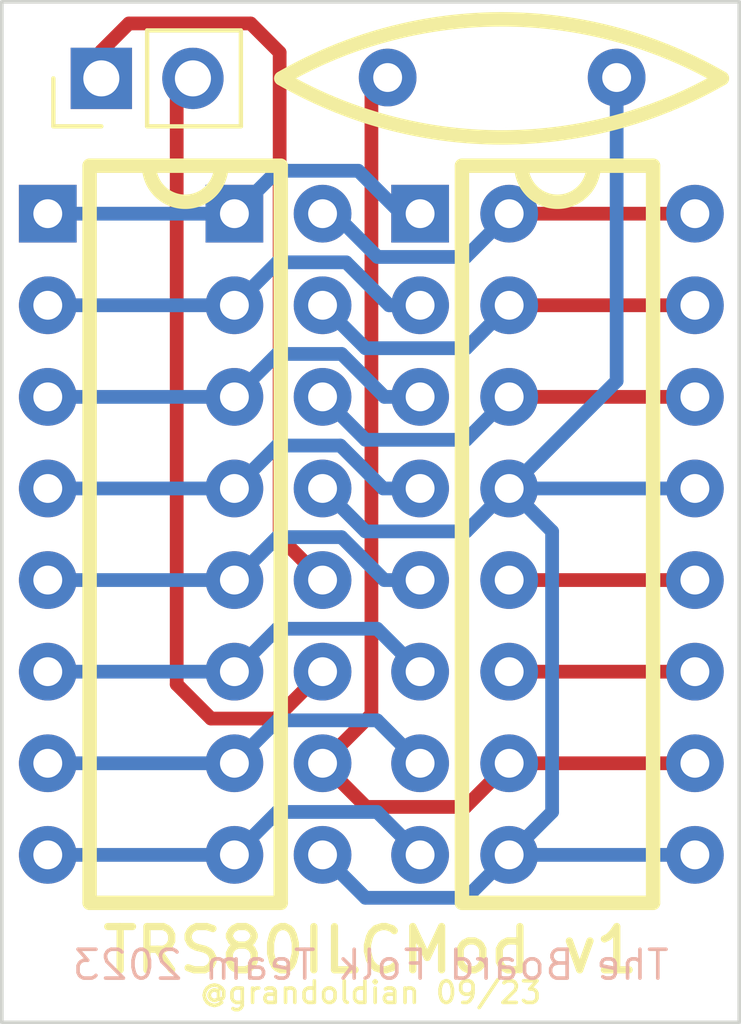
<source format=kicad_pcb>
(kicad_pcb (version 20221018) (generator pcbnew)
  (layers (0 "F.Cu" signal) (31 "B.Cu" signal) (34 "B.Paste" user) (35 "F.Paste" user) (36 "B.SilkS" user "B.Silkscreen") (37 "F.SilkS" user "F.Silkscreen") (38 "B.Mask" user) (39 "F.Mask" user) (44 "Edge.Cuts" user))
  (net 0 "")
  (net 1 "GND")
  (net 2 "+5V")
  (net 3 "/V6")
  (net 4 "/V5")
  (net 5 "VWR")
  (net 6 "/V1")
  (net 7 "/V2")
  (net 8 "/V3")
  (net 9 "/V4")
  (net 10 "/D0")
  (net 11 "/BIT0")
  (net 12 "/V9")
  (net 13 "/BIT6")
  (net 14 "/D6")
  (net 15 "/V0")
  (net 16 "/V8")
  (net 17 "/V7")
  (footprint "TRS80ILCMod:VRAMPLUG" (layer "F.Cu") (at 111.8 58.475)
    (fp_text reference "J1" hide)
    (fp_text value "PLUG" hide)
    (pad "1" thru_hole rect (at 0 0) (size 1.6 1.6) (drill 0.8) (layers "*.Cu" "*.Mask") (net 3 "/V6"))
    (pad "2" thru_hole oval (at 0 2.54) (size 1.6 1.6) (drill 0.8) (layers "*.Cu" "*.Mask") (net 4 "/V5"))
    (pad "3" thru_hole oval (at 0 5.08) (size 1.6 1.6) (drill 0.8) (layers "*.Cu" "*.Mask") (net 5 "VWR"))
    (pad "4" thru_hole oval (at 0 7.62) (size 1.6 1.6) (drill 0.8) (layers "*.Cu" "*.Mask") (net 6 "/V1"))
    (pad "5" thru_hole oval (at 0 10.16) (size 1.6 1.6) (drill 0.8) (layers "*.Cu" "*.Mask") (net 7 "/V2"))
    (pad "6" thru_hole oval (at 0 12.7) (size 1.6 1.6) (drill 0.8) (layers "*.Cu" "*.Mask") (net 8 "/V3"))
    (pad "7" thru_hole oval (at 0 15.24) (size 1.6 1.6) (drill 0.8) (layers "*.Cu" "*.Mask") (net 9 "/V4"))
    (pad "8" thru_hole oval (at 0 17.78) (size 1.6 1.6) (drill 0.8) (layers "*.Cu" "*.Mask") (net 15 "/V0"))
    (pad "9" thru_hole oval (at 7.62 17.78) (size 1.6 1.6) (drill 0.8) (layers "*.Cu" "*.Mask") (net 1 "GND"))
    (pad "10" thru_hole oval (at 7.62 15.24) (size 1.6 1.6) (drill 0.8) (layers "*.Cu" "*.Mask") (net 2 "+5V"))
    (pad "11" thru_hole oval (at 7.62 12.7) (size 1.6 1.6) (drill 0.8) (layers "*.Cu" "*.Mask") (net 10 "/D0"))
    (pad "12" thru_hole oval (at 7.62 10.16) (size 1.6 1.6) (drill 0.8) (layers "*.Cu" "*.Mask") (net 11 "/BIT0"))
    (pad "13" thru_hole oval (at 7.62 7.62) (size 1.6 1.6) (drill 0.8) (layers "*.Cu" "*.Mask") (net 1 "GND"))
    (pad "14" thru_hole oval (at 7.62 5.08) (size 1.6 1.6) (drill 0.8) (layers "*.Cu" "*.Mask") (net 12 "/V9"))
    (pad "15" thru_hole oval (at 7.62 2.54) (size 1.6 1.6) (drill 0.8) (layers "*.Cu" "*.Mask") (net 16 "/V8"))
    (pad "16" thru_hole oval (at 7.62 0) (size 1.6 1.6) (drill 0.8) (layers "*.Cu" "*.Mask") (net 17 "/V7"))
  )
  (footprint "TRS80ILCMod:DIP-16_W7.62mm" (layer "F.Cu") (at 106.625 58.475)
    (fp_text reference "Z1" hide)
    (fp_text value "2102 RAM" hide)
    (fp_line (start 1.16 -1.33) (end 1.16 19.11) (stroke (width 0.4)) (layer "F.SilkS"))
    (fp_line (start 1.16 19.11) (end 6.46 19.11) (stroke (width 0.4)) (layer "F.SilkS"))
    (fp_line (start 2.81 -1.33) (end 1.16 -1.33) (stroke (width 0.4)) (layer "F.SilkS"))
    (fp_line (start 2.81 -1.33) (end 4.81 -1.33) (stroke (width 0.4)) (layer "F.SilkS"))
    (fp_line (start 6.46 -1.33) (end 4.81 -1.33) (stroke (width 0.4)) (layer "F.SilkS"))
    (fp_line (start 6.46 19.11) (end 6.46 -1.33) (stroke (width 0.4)) (layer "F.SilkS"))
    (fp_arc (start 4.81 -1.33) (mid 3.81 -0.33) (end 2.81 -1.33) (stroke (width 0.4)) (layer "F.SilkS"))
    (pad "1" thru_hole rect (at 0 0) (size 1.6 1.6) (drill 0.8) (layers "*.Cu" "*.Mask") (net 3 "/V6"))
    (pad "2" thru_hole oval (at 0 2.54) (size 1.6 1.6) (drill 0.8) (layers "*.Cu" "*.Mask") (net 4 "/V5"))
    (pad "3" thru_hole oval (at 0 5.08) (size 1.6 1.6) (drill 0.8) (layers "*.Cu" "*.Mask") (net 5 "VWR"))
    (pad "4" thru_hole oval (at 0 7.62) (size 1.6 1.6) (drill 0.8) (layers "*.Cu" "*.Mask") (net 6 "/V1"))
    (pad "5" thru_hole oval (at 0 10.16) (size 1.6 1.6) (drill 0.8) (layers "*.Cu" "*.Mask") (net 7 "/V2"))
    (pad "6" thru_hole oval (at 0 12.7) (size 1.6 1.6) (drill 0.8) (layers "*.Cu" "*.Mask") (net 8 "/V3"))
    (pad "7" thru_hole oval (at 0 15.24) (size 1.6 1.6) (drill 0.8) (layers "*.Cu" "*.Mask") (net 9 "/V4"))
    (pad "8" thru_hole oval (at 0 17.78) (size 1.6 1.6) (drill 0.8) (layers "*.Cu" "*.Mask") (net 15 "/V0"))
    (pad "9" thru_hole oval (at 7.62 17.78) (size 1.6 1.6) (drill 0.8) (layers "*.Cu" "*.Mask") (net 1 "GND"))
    (pad "10" thru_hole oval (at 7.62 15.24) (size 1.6 1.6) (drill 0.8) (layers "*.Cu" "*.Mask") (net 2 "+5V"))
    (pad "11" thru_hole oval (at 7.62 12.7) (size 1.6 1.6) (drill 0.8) (layers "*.Cu" "*.Mask") (net 14 "/D6"))
    (pad "12" thru_hole oval (at 7.62 10.16) (size 1.6 1.6) (drill 0.8) (layers "*.Cu" "*.Mask") (net 13 "/BIT6"))
    (pad "13" thru_hole oval (at 7.62 7.62) (size 1.6 1.6) (drill 0.8) (layers "*.Cu" "*.Mask") (net 1 "GND"))
    (pad "14" thru_hole oval (at 7.62 5.08) (size 1.6 1.6) (drill 0.8) (layers "*.Cu" "*.Mask") (net 12 "/V9"))
    (pad "15" thru_hole oval (at 7.62 2.54) (size 1.6 1.6) (drill 0.8) (layers "*.Cu" "*.Mask") (net 16 "/V8"))
    (pad "16" thru_hole oval (at 7.62 0) (size 1.6 1.6) (drill 0.8) (layers "*.Cu" "*.Mask") (net 17 "/V7"))
  )
  (footprint "TRS80ILCMod:DIP-16_W7.62mm" (layer "F.Cu") (at 116.95 58.475)
    (fp_text reference "Z2" hide)
    (fp_text value "2102 RAM" hide)
    (fp_line (start 1.16 -1.33) (end 1.16 19.11) (stroke (width 0.4)) (layer "F.SilkS"))
    (fp_line (start 1.16 19.11) (end 6.46 19.11) (stroke (width 0.4)) (layer "F.SilkS"))
    (fp_line (start 2.81 -1.33) (end 1.16 -1.33) (stroke (width 0.4)) (layer "F.SilkS"))
    (fp_line (start 2.81 -1.33) (end 4.81 -1.33) (stroke (width 0.4)) (layer "F.SilkS"))
    (fp_line (start 6.46 -1.33) (end 4.81 -1.33) (stroke (width 0.4)) (layer "F.SilkS"))
    (fp_line (start 6.46 19.11) (end 6.46 -1.33) (stroke (width 0.4)) (layer "F.SilkS"))
    (fp_arc (start 4.81 -1.33) (mid 3.81 -0.33) (end 2.81 -1.33) (stroke (width 0.4)) (layer "F.SilkS"))
    (pad "1" thru_hole rect (at 0 0) (size 1.6 1.6) (drill 0.8) (layers "*.Cu" "*.Mask") (net 3 "/V6"))
    (pad "2" thru_hole oval (at 0 2.54) (size 1.6 1.6) (drill 0.8) (layers "*.Cu" "*.Mask") (net 4 "/V5"))
    (pad "3" thru_hole oval (at 0 5.08) (size 1.6 1.6) (drill 0.8) (layers "*.Cu" "*.Mask") (net 5 "VWR"))
    (pad "4" thru_hole oval (at 0 7.62) (size 1.6 1.6) (drill 0.8) (layers "*.Cu" "*.Mask") (net 6 "/V1"))
    (pad "5" thru_hole oval (at 0 10.16) (size 1.6 1.6) (drill 0.8) (layers "*.Cu" "*.Mask") (net 7 "/V2"))
    (pad "6" thru_hole oval (at 0 12.7) (size 1.6 1.6) (drill 0.8) (layers "*.Cu" "*.Mask") (net 8 "/V3"))
    (pad "7" thru_hole oval (at 0 15.24) (size 1.6 1.6) (drill 0.8) (layers "*.Cu" "*.Mask") (net 9 "/V4"))
    (pad "8" thru_hole oval (at 0 17.78) (size 1.6 1.6) (drill 0.8) (layers "*.Cu" "*.Mask") (net 15 "/V0"))
    (pad "9" thru_hole oval (at 7.62 17.78) (size 1.6 1.6) (drill 0.8) (layers "*.Cu" "*.Mask") (net 1 "GND"))
    (pad "10" thru_hole oval (at 7.62 15.24) (size 1.6 1.6) (drill 0.8) (layers "*.Cu" "*.Mask") (net 2 "+5V"))
    (pad "11" thru_hole oval (at 7.62 12.7) (size 1.6 1.6) (drill 0.8) (layers "*.Cu" "*.Mask") (net 10 "/D0"))
    (pad "12" thru_hole oval (at 7.62 10.16) (size 1.6 1.6) (drill 0.8) (layers "*.Cu" "*.Mask") (net 11 "/BIT0"))
    (pad "13" thru_hole oval (at 7.62 7.62) (size 1.6 1.6) (drill 0.8) (layers "*.Cu" "*.Mask") (net 1 "GND"))
    (pad "14" thru_hole oval (at 7.62 5.08) (size 1.6 1.6) (drill 0.8) (layers "*.Cu" "*.Mask") (net 12 "/V9"))
    (pad "15" thru_hole oval (at 7.62 2.54) (size 1.6 1.6) (drill 0.8) (layers "*.Cu" "*.Mask") (net 16 "/V8"))
    (pad "16" thru_hole oval (at 7.62 0) (size 1.6 1.6) (drill 0.8) (layers "*.Cu" "*.Mask") (net 17 "/V7"))
  )
  (footprint "TRS80ILCMod:Ceramic Disc 6.35mm" (layer "F.Cu") (at 115.69 54.71)
    (fp_text reference "C1" hide)
    (fp_text value "100nF" hide)
    (fp_arc (start -2.588358 0.01327) (mid 3.52 -1.62346) (end 9.628358 0.01327) (stroke (width 0.4)) (layer "F.SilkS"))
    (fp_arc (start 9.628358 0.01327) (mid 3.52 1.65) (end -2.588358 0.01327) (stroke (width 0.4)) (layer "F.SilkS"))
    (pad "1" thru_hole circle (at 0.36 -0.01) (size 1.6 1.6) (drill 0.8) (layers "*.Cu" "*.Mask") (net 2 "+5V"))
    (pad "2" thru_hole circle (at 6.71 -0.01) (size 1.6 1.6) (drill 0.8) (layers "*.Cu" "*.Mask") (net 1 "GND"))
  )
  (footprint "Connector_PinHeader_2.54mm:PinHeader_1x02_P2.54mm_Vertical" (layer "F.Cu") (at 108.11 54.72327 90)
    (fp_text reference "J2" hide)
    (fp_text value "DATA" hide)
    (fp_line (start -1.33 -1.33) (end 0 -1.33) (stroke (width 0.12)) (layer "F.SilkS"))
    (fp_line (start -1.33 0) (end -1.33 -1.33) (stroke (width 0.12)) (layer "F.SilkS"))
    (fp_line (start -1.33 1.27) (end -1.33 3.87) (stroke (width 0.12)) (layer "F.SilkS"))
    (fp_line (start -1.33 1.27) (end 1.33 1.27) (stroke (width 0.12)) (layer "F.SilkS"))
    (fp_line (start -1.33 3.87) (end 1.33 3.87) (stroke (width 0.12)) (layer "F.SilkS"))
    (fp_line (start 1.33 1.27) (end 1.33 3.87) (stroke (width 0.12)) (layer "F.SilkS"))
    (pad "1" thru_hole rect (at 0 0 90) (size 1.7 1.7) (drill 1) (layers "*.Cu" "*.Mask") (net 13 "/BIT6"))
    (pad "2" thru_hole oval (at 0 2.54 90) (size 1.7 1.7) (drill 1) (layers "*.Cu" "*.Mask") (net 14 "/D6"))
  )
  (gr_rect (start 105.35 52.6) (end 125.8 80.9) (stroke (width 0.1)) (fill none) (layer "Edge.Cuts"))
  (gr_text "The Board Folk Team 2023" (at 123.911669 79.775) (layer "B.SilkS") (effects (font (size 0.8 0.8) (thickness 0.1)) (justify left bottom mirror)))
  (gr_text "TRS80ILCMod v1\n" (at 115.575 79.6) (layer "F.SilkS") (effects (font (size 1.2 1.2) (thickness 0.2) bold) (justify bottom)))
  (gr_text "@grandoldian 09/23" (at 115.575 80.425) (layer "F.SilkS") (effects (font (size 0.6 0.6) (thickness 0.1)) (justify bottom)))
  (segment (start 114.245 76.255) (end 115.4355 77.4455) (width 0.381) (layer "B.Cu") (net 1))
  (segment (start 115.4355 77.4455) (end 118.2295 77.4455) (width 0.381) (layer "B.Cu") (net 1))
  (segment (start 115.4355 67.2855) (end 118.2295 67.2855) (width 0.381) (layer "B.Cu") (net 1))
  (segment (start 120.6105 67.2855) (end 119.42 66.095) (width 0.381) (layer "B.Cu") (net 1))
  (segment (start 114.245 66.095) (end 115.4355 67.2855) (width 0.381) (layer "B.Cu") (net 1))
  (segment (start 119.42 66.095) (end 122.4 63.115) (width 0.381) (layer "B.Cu") (net 1))
  (segment (start 118.2295 67.2855) (end 119.42 66.095) (width 0.381) (layer "B.Cu") (net 1))
  (segment (start 119.42 76.255) (end 120.6105 75.0645) (width 0.381) (layer "B.Cu") (net 1))
  (segment (start 119.42 66.095) (end 124.57 66.095) (width 0.381) (layer "B.Cu") (net 1))
  (segment (start 118.2295 77.4455) (end 119.42 76.255) (width 0.381) (layer "B.Cu") (net 1))
  (segment (start 122.4 63.115) (end 122.4 54.7) (width 0.381) (layer "B.Cu") (net 1))
  (segment (start 120.6105 75.0645) (end 120.6105 67.2855) (width 0.381) (layer "B.Cu") (net 1))
  (segment (start 119.42 76.255) (end 124.57 76.255) (width 0.381) (layer "B.Cu") (net 1))
  (segment (start 114.245 73.715) (end 115.6 72.36) (width 0.381) (layer "F.Cu") (net 2))
  (segment (start 114.245 73.715) (end 115.455 74.925) (width 0.381) (layer "F.Cu") (net 2))
  (segment (start 119.42 73.715) (end 124.57 73.715) (width 0.381) (layer "F.Cu") (net 2))
  (segment (start 115.6 55.15) (end 116.05 54.7) (width 0.381) (layer "F.Cu") (net 2))
  (segment (start 115.6 72.36) (end 115.6 55.15) (width 0.381) (layer "F.Cu") (net 2))
  (segment (start 115.455 74.925) (end 118.21 74.925) (width 0.381) (layer "F.Cu") (net 2))
  (segment (start 118.21 74.925) (end 119.42 73.715) (width 0.381) (layer "F.Cu") (net 2))
  (segment (start 111.8 58.475) (end 112.9905 57.2845) (width 0.381) (layer "B.Cu") (net 3))
  (segment (start 106.625 58.475) (end 111.8 58.475) (width 0.381) (layer "B.Cu") (net 3))
  (segment (start 116.425 58.475) (end 116.95 58.475) (width 0.381) (layer "B.Cu") (net 3))
  (segment (start 115.2345 57.2845) (end 116.425 58.475) (width 0.381) (layer "B.Cu") (net 3))
  (segment (start 112.9905 57.2845) (end 115.2345 57.2845) (width 0.381) (layer "B.Cu") (net 3))
  (segment (start 114.8995 59.8245) (end 116.09 61.015) (width 0.381) (layer "B.Cu") (net 4))
  (segment (start 106.625 61.015) (end 111.8 61.015) (width 0.381) (layer "B.Cu") (net 4))
  (segment (start 111.8 61.015) (end 112.9905 59.8245) (width 0.381) (layer "B.Cu") (net 4))
  (segment (start 116.09 61.015) (end 116.95 61.015) (width 0.381) (layer "B.Cu") (net 4))
  (segment (start 112.9905 59.8245) (end 114.8995 59.8245) (width 0.381) (layer "B.Cu") (net 4))
  (segment (start 115.963342 63.555) (end 116.95 63.555) (width 0.381) (layer "B.Cu") (net 5))
  (segment (start 106.625 63.555) (end 111.8 63.555) (width 0.381) (layer "B.Cu") (net 5))
  (segment (start 114.772842 62.3645) (end 115.963342 63.555) (width 0.381) (layer "B.Cu") (net 5))
  (segment (start 112.9905 62.3645) (end 114.772842 62.3645) (width 0.381) (layer "B.Cu") (net 5))
  (segment (start 111.8 63.555) (end 112.9905 62.3645) (width 0.381) (layer "B.Cu") (net 5))
  (segment (start 114.738122 64.9045) (end 115.928622 66.095) (width 0.381) (layer "B.Cu") (net 6))
  (segment (start 106.625 66.095) (end 111.8 66.095) (width 0.381) (layer "B.Cu") (net 6))
  (segment (start 111.8 66.095) (end 112.9905 64.9045) (width 0.381) (layer "B.Cu") (net 6))
  (segment (start 115.928622 66.095) (end 116.95 66.095) (width 0.381) (layer "B.Cu") (net 6))
  (segment (start 112.9905 64.9045) (end 114.738122 64.9045) (width 0.381) (layer "B.Cu") (net 6))
  (segment (start 106.625 68.635) (end 111.8 68.635) (width 0.381) (layer "B.Cu") (net 7))
  (segment (start 111.8 68.635) (end 112.9905 67.4445) (width 0.381) (layer "B.Cu") (net 7))
  (segment (start 115.96 68.635) (end 116.95 68.635) (width 0.381) (layer "B.Cu") (net 7))
  (segment (start 112.9905 67.4445) (end 114.7695 67.4445) (width 0.381) (layer "B.Cu") (net 7))
  (segment (start 114.7695 67.4445) (end 115.96 68.635) (width 0.381) (layer "B.Cu") (net 7))
  (segment (start 106.625 71.175) (end 111.8 71.175) (width 0.381) (layer "B.Cu") (net 8))
  (segment (start 112.9905 69.9845) (end 115.7595 69.9845) (width 0.381) (layer "B.Cu") (net 8))
  (segment (start 115.7595 69.9845) (end 116.95 71.175) (width 0.381) (layer "B.Cu") (net 8))
  (segment (start 111.8 71.175) (end 112.9905 69.9845) (width 0.381) (layer "B.Cu") (net 8))
  (segment (start 112.9905 72.5245) (end 115.7595 72.5245) (width 0.381) (layer "B.Cu") (net 9))
  (segment (start 115.7595 72.5245) (end 116.95 73.715) (width 0.381) (layer "B.Cu") (net 9))
  (segment (start 106.625 73.715) (end 111.8 73.715) (width 0.381) (layer "B.Cu") (net 9))
  (segment (start 111.8 73.715) (end 112.9905 72.5245) (width 0.381) (layer "B.Cu") (net 9))
  (segment (start 119.42 71.175) (end 124.57 71.175) (width 0.381) (layer "F.Cu") (net 10))
  (segment (start 119.42 68.635) (end 124.57 68.635) (width 0.381) (layer "F.Cu") (net 11))
  (segment (start 119.42 63.555) (end 124.57 63.555) (width 0.381) (layer "F.Cu") (net 12))
  (segment (start 115.4355 64.7455) (end 118.2295 64.7455) (width 0.381) (layer "B.Cu") (net 12))
  (segment (start 118.2295 64.7455) (end 119.42 63.555) (width 0.381) (layer "B.Cu") (net 12))
  (segment (start 114.245 63.555) (end 115.4355 64.7455) (width 0.381) (layer "B.Cu") (net 12))
  (segment (start 113.0545 54.0045) (end 112.25 53.2) (width 0.381) (layer "F.Cu") (net 13))
  (segment (start 108.11 53.965) (end 108.11 54.72327) (width 0.381) (layer "F.Cu") (net 13))
  (segment (start 112.25 53.2) (end 108.875 53.2) (width 0.381) (layer "F.Cu") (net 13))
  (segment (start 108.875 53.2) (end 108.11 53.965) (width 0.381) (layer "F.Cu") (net 13))
  (segment (start 114.245 68.635) (end 113.0545 67.4445) (width 0.381) (layer "F.Cu") (net 13))
  (segment (start 113.0545 67.4445) (end 113.0545 54.0045) (width 0.381) (layer "F.Cu") (net 13))
  (segment (start 110.65 54.72327) (end 110.2 55.17327) (width 0.381) (layer "F.Cu") (net 14))
  (segment (start 110.2 71.525) (end 111.15 72.475) (width 0.381) (layer "F.Cu") (net 14))
  (segment (start 111.15 72.475) (end 112.945 72.475) (width 0.381) (layer "F.Cu") (net 14))
  (segment (start 110.2 55.17327) (end 110.2 71.525) (width 0.381) (layer "F.Cu") (net 14))
  (segment (start 112.945 72.475) (end 114.245 71.175) (width 0.381) (layer "F.Cu") (net 14))
  (segment (start 112.9905 75.0645) (end 115.7595 75.0645) (width 0.381) (layer "B.Cu") (net 15))
  (segment (start 111.8 76.255) (end 112.9905 75.0645) (width 0.381) (layer "B.Cu") (net 15))
  (segment (start 115.7595 75.0645) (end 116.95 76.255) (width 0.381) (layer "B.Cu") (net 15))
  (segment (start 106.625 76.255) (end 111.8 76.255) (width 0.381) (layer "B.Cu") (net 15))
  (segment (start 119.42 61.015) (end 124.57 61.015) (width 0.381) (layer "F.Cu") (net 16))
  (segment (start 114.245 61.015) (end 115.4355 62.2055) (width 0.381) (layer "B.Cu") (net 16))
  (segment (start 115.4355 62.2055) (end 118.2295 62.2055) (width 0.381) (layer "B.Cu") (net 16))
  (segment (start 118.2295 62.2055) (end 119.42 61.015) (width 0.381) (layer "B.Cu") (net 16))
  (segment (start 119.42 58.475) (end 124.57 58.475) (width 0.381) (layer "F.Cu") (net 17))
  (segment (start 118.22 59.675) (end 119.42 58.475) (width 0.381) (layer "B.Cu") (net 17))
  (segment (start 114.245 58.475) (end 114.569 58.475) (width 0.381) (layer "B.Cu") (net 17))
  (segment (start 115.769 59.675) (end 118.22 59.675) (width 0.381) (layer "B.Cu") (net 17))
  (segment (start 114.569 58.475) (end 115.769 59.675) (width 0.381) (layer "B.Cu") (net 17))
)
</source>
